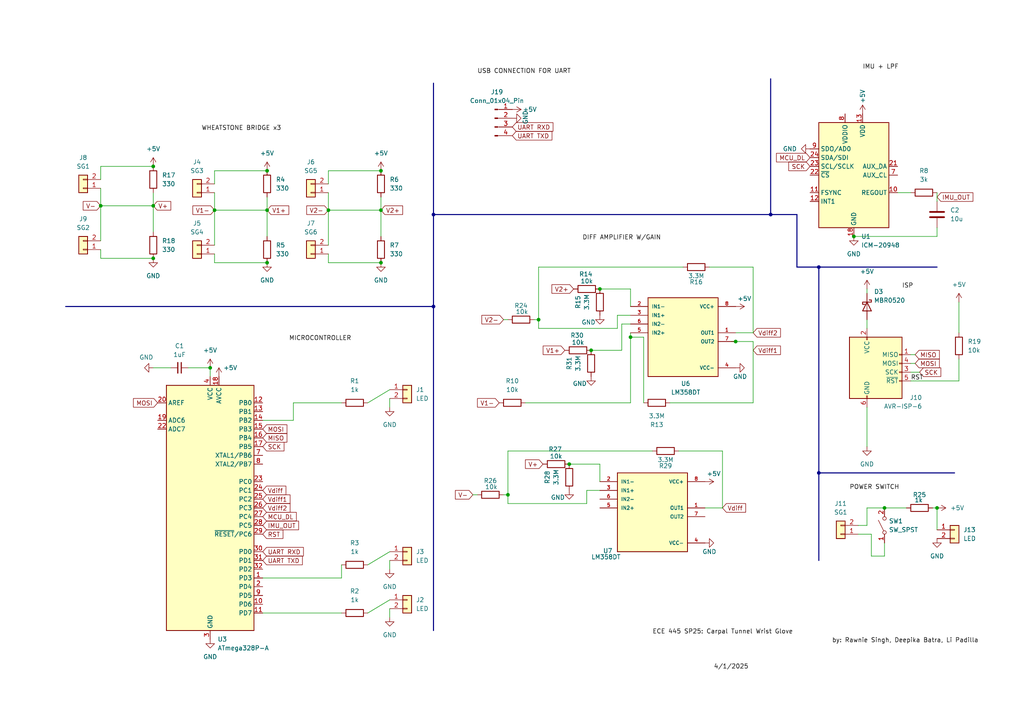
<source format=kicad_sch>
(kicad_sch (version 20250114) (generator "eeschema") (generator_version "9.0")
  (paper "A4")
  (lib_symbols
    (symbol "Connector:AVR-ISP-6" (pin_names (offset 1.016))
      (property "Reference" "J" (at -6.35 11.43 0))
      (property "Value" "AVR-ISP-6" (at 0 11.43 0))
      (symbol "AVR-ISP-6_0_1"
        (rectangle (start -2.667 10.16) (end -2.413 9.398))
        (rectangle (start -2.667 -6.858) (end -2.413 -7.62))
        (rectangle (start 7.62 10.16) (end -7.62 -7.62) (stroke (width 0.254)) (fill (type background)))
        (rectangle (start 7.62 5.207) (end 6.858 4.953))
        (rectangle (start 7.62 2.667) (end 6.858 2.413))
        (rectangle (start 7.62 0.127) (end 6.858 -0.127))
        (rectangle (start 7.62 -2.413) (end 6.858 -2.667))
      )
      (symbol "AVR-ISP-6_1_1"
        (pin passive line (at -2.54 12.7 270) (length 2.54) (name "VCC") (number "2"))
        (pin passive line (at -2.54 -10.16 90) (length 2.54) (name "GND") (number "6"))
        (pin passive line (at 10.16 5.08 180) (length 2.54) (name "MISO") (number "1"))
        (pin passive line (at 10.16 2.54 180) (length 2.54) (name "MOSI") (number "4"))
        (pin passive line (at 10.16 0 180) (length 2.54) (name "SCK") (number "3"))
        (pin passive line (at 10.16 -2.54 180) (length 2.54) (name "~{RST}") (number "5"))
      )
    )
    (symbol "Connector:Conn_01x04_Pin" (pin_names (offset 1.016) (hide yes))
      (property "Reference" "J" (at 0 5.08 0))
      (property "Value" "Conn_01x04_Pin" (at 0 -7.62 0))
      (symbol "Conn_01x04_Pin_1_1"
        (rectangle (start 0.8636 2.667) (end 0 2.413) (stroke (width 0.1524)) (fill (type outline)))
        (rectangle (start 0.8636 0.127) (end 0 -0.127) (stroke (width 0.1524)) (fill (type outline)))
        (rectangle (start 0.8636 -2.413) (end 0 -2.667) (stroke (width 0.1524)) (fill (type outline)))
        (rectangle (start 0.8636 -4.953) (end 0 -5.207) (stroke (width 0.1524)) (fill (type outline)))
        (polyline (pts (xy 1.27 2.54) (xy 0.8636 2.54)) (stroke (width 0.1524)))
        (polyline (pts (xy 1.27 0) (xy 0.8636 0)) (stroke (width 0.1524)))
        (polyline (pts (xy 1.27 -2.54) (xy 0.8636 -2.54)) (stroke (width 0.1524)))
        (polyline (pts (xy 1.27 -5.08) (xy 0.8636 -5.08)) (stroke (width 0.1524)))
        (pin passive line (at 5.08 2.54 180) (length 3.81) (name "Pin_1") (number "1"))
        (pin passive line (at 5.08 0 180) (length 3.81) (name "Pin_2") (number "2"))
        (pin passive line (at 5.08 -2.54 180) (length 3.81) (name "Pin_3") (number "3"))
        (pin passive line (at 5.08 -5.08 180) (length 3.81) (name "Pin_4") (number "4"))
      )
    )
    (symbol "Connector_Generic:Conn_01x02" (pin_names (offset 1.016) (hide yes))
      (property "Reference" "J" (at 0 2.54 0))
      (property "Value" "Conn_01x02" (at 0 -5.08 0))
      (symbol "Conn_01x02_1_1"
        (rectangle (start -1.27 1.27) (end 1.27 -3.81) (stroke (width 0.254)) (fill (type background)))
        (rectangle (start -1.27 0.127) (end 0 -0.127) (stroke (width 0.1524)))
        (rectangle (start -1.27 -2.413) (end 0 -2.667) (stroke (width 0.1524)))
        (pin passive line (at -5.08 0 0) (length 3.81) (name "Pin_1") (number "1"))
        (pin passive line (at -5.08 -2.54 0) (length 3.81) (name "Pin_2") (number "2"))
      )
    )
    (symbol "Device:C" (pin_numbers (hide yes)) (pin_names (offset 0.254))
      (property "Reference" "C" (at 0.635 2.54 0))
      (property "Value" "C" (at 0.635 -2.54 0))
      (symbol "C_0_1"
        (polyline (pts (xy -2.032 0.762) (xy 2.032 0.762)) (stroke (width 0.508)))
        (polyline (pts (xy -2.032 -0.762) (xy 2.032 -0.762)) (stroke (width 0.508)))
      )
      (symbol "C_1_1"
        (pin passive line (at 0 3.81 270) (length 2.794) (name "~") (number "1"))
        (pin passive line (at 0 -3.81 90) (length 2.794) (name "~") (number "2"))
      )
    )
    (symbol "Device:C_Small" (pin_numbers (hide yes)) (pin_names (offset 0.254) (hide yes))
      (property "Reference" "C" (at 0.254 1.778 0))
      (property "Value" "C_Small" (at 0.254 -2.032 0))
      (symbol "C_Small_0_1"
        (polyline (pts (xy -1.524 0.508) (xy 1.524 0.508)) (stroke (width 0.3048)))
        (polyline (pts (xy -1.524 -0.508) (xy 1.524 -0.508)) (stroke (width 0.3302)))
      )
      (symbol "C_Small_1_1"
        (pin passive line (at 0 2.54 270) (length 2.032) (name "~") (number "1"))
        (pin passive line (at 0 -2.54 90) (length 2.032) (name "~") (number "2"))
      )
    )
    (symbol "Device:R" (pin_numbers (hide yes)) (pin_names (offset 0))
      (property "Reference" "R" (at 2.032 0 90))
      (property "Value" "R" (at 0 0 90))
      (symbol "R_0_1"
        (rectangle (start -1.016 -2.54) (end 1.016 2.54) (stroke (width 0.254)))
      )
      (symbol "R_1_1"
        (pin passive line (at 0 3.81 270) (length 1.27) (name "~") (number "1"))
        (pin passive line (at 0 -3.81 90) (length 1.27) (name "~") (number "2"))
      )
    )
    (symbol "Diode:MBR0520" (pin_numbers (hide yes)) (pin_names (offset 1.016) (hide yes))
      (property "Reference" "D" (at 0 2.54 0))
      (property "Value" "MBR0520" (at 0 -2.54 0))
      (symbol "MBR0520_0_1"
        (polyline (pts (xy -1.905 0.635) (xy -1.905 1.27) (xy -1.27 1.27) (xy -1.27 -1.27) (xy -0.635 -1.27) (xy -0.635 -0.635)) (stroke (width 0.254)))
        (polyline (pts (xy 1.27 1.27) (xy 1.27 -1.27) (xy -1.27 0) (xy 1.27 1.27)) (stroke (width 0.254)))
        (polyline (pts (xy 1.27 0) (xy -1.27 0)))
      )
      (symbol "MBR0520_1_1"
        (pin passive line (at -3.81 0 0) (length 2.54) (name "K") (number "1"))
        (pin passive line (at 3.81 0 180) (length 2.54) (name "A") (number "2"))
      )
    )
    (symbol "GND_1" (power) (pin_numbers (hide yes)) (pin_names (offset 0) (hide yes))
      (property "Value" "GND" (at 0 -3.81 0))
      (symbol "GND_1_0_1"
        (polyline (pts (xy 0 0) (xy 0 -1.27) (xy 1.27 -1.27) (xy 0 -2.54) (xy -1.27 -1.27) (xy 0 -1.27)))
      )
      (symbol "GND_1_1_1"
        (pin power_in line (at 0 0 270) (length 0) (name "~") (number "1"))
      )
    )
    (symbol "GND_2" (power) (pin_numbers (hide yes)) (pin_names (offset 0) (hide yes))
      (property "Value" "GND" (at 0 -3.81 0))
      (symbol "GND_2_0_1"
        (polyline (pts (xy 0 0) (xy 0 -1.27) (xy 1.27 -1.27) (xy 0 -2.54) (xy -1.27 -1.27) (xy 0 -1.27)))
      )
      (symbol "GND_2_1_1"
        (pin power_in line (at 0 0 270) (length 0) (name "~") (number "1"))
      )
    )
    (symbol "LM358DT:LM358DT" (pin_names (offset 1.016))
      (property "Reference" "U" (at -10.1765 12.7205 0))
      (property "Value" "LM358DT" (at -10.1875 -12.7344 0))
      (symbol "LM358DT_0_0"
        (rectangle (start -10.16 -10.16) (end 10.16 12.7) (stroke (width 0.254)) (fill (type background)))
        (pin input line (at -15.24 10.16 0) (length 5.08) (name "IN1-") (number "2"))
        (pin input line (at -15.24 7.62 0) (length 5.08) (name "IN1+") (number "3"))
        (pin input line (at -15.24 5.08 0) (length 5.08) (name "IN2-") (number "6"))
        (pin input line (at -15.24 2.54 0) (length 5.08) (name "IN2+") (number "5"))
        (pin power_in line (at 15.24 10.16 180) (length 5.08) (name "VCC+") (number "8"))
        (pin output line (at 15.24 2.54 180) (length 5.08) (name "OUT1") (number "1"))
        (pin output line (at 15.24 0 180) (length 5.08) (name "OUT2") (number "7"))
        (pin power_in line (at 15.24 -7.62 180) (length 5.08) (name "VCC-") (number "4"))
      )
    )
    (symbol "MCU_Microchip_ATmega:ATmega328P-A"
      (property "Reference" "U" (at -12.7 36.83 0))
      (property "Value" "ATmega328P-A" (at 2.54 -36.83 0))
      (symbol "ATmega328P-A_0_1"
        (rectangle (start -12.7 -35.56) (end 12.7 35.56) (stroke (width 0.254)) (fill (type background)))
      )
      (symbol "ATmega328P-A_1_1"
        (pin passive line (at -15.24 30.48 0) (length 2.54) (name "AREF") (number "20"))
        (pin input line (at -15.24 25.4 0) (length 2.54) (name "ADC6") (number "19"))
        (pin input line (at -15.24 22.86 0) (length 2.54) (name "ADC7") (number "22"))
        (pin power_in line (at 0 38.1 270) (length 2.54) (name "VCC") (number "4"))
        (pin passive line (at 0 38.1 270) (length 2.54) (hide yes) (name "VCC") (number "6"))
        (pin passive line (at 0 -38.1 90) (length 2.54) (hide yes) (name "GND") (number "21"))
        (pin power_in line (at 0 -38.1 90) (length 2.54) (name "GND") (number "3"))
        (pin passive line (at 0 -38.1 90) (length 2.54) (hide yes) (name "GND") (number "5"))
        (pin power_in line (at 2.54 38.1 270) (length 2.54) (name "AVCC") (number "18"))
        (pin bidirectional line (at 15.24 30.48 180) (length 2.54) (name "PB0") (number "12"))
        (pin bidirectional line (at 15.24 27.94 180) (length 2.54) (name "PB1") (number "13"))
        (pin bidirectional line (at 15.24 25.4 180) (length 2.54) (name "PB2") (number "14"))
        (pin bidirectional line (at 15.24 22.86 180) (length 2.54) (name "PB3") (number "15"))
        (pin bidirectional line (at 15.24 20.32 180) (length 2.54) (name "PB4") (number "16"))
        (pin bidirectional line (at 15.24 17.78 180) (length 2.54) (name "PB5") (number "17"))
        (pin bidirectional line (at 15.24 15.24 180) (length 2.54) (name "XTAL1/PB6") (number "7"))
        (pin bidirectional line (at 15.24 12.7 180) (length 2.54) (name "XTAL2/PB7") (number "8"))
        (pin bidirectional line (at 15.24 7.62 180) (length 2.54) (name "PC0") (number "23"))
        (pin bidirectional line (at 15.24 5.08 180) (length 2.54) (name "PC1") (number "24"))
        (pin bidirectional line (at 15.24 2.54 180) (length 2.54) (name "PC2") (number "25"))
        (pin bidirectional line (at 15.24 0 180) (length 2.54) (name "PC3") (number "26"))
        (pin bidirectional line (at 15.24 -2.54 180) (length 2.54) (name "PC4") (number "27"))
        (pin bidirectional line (at 15.24 -5.08 180) (length 2.54) (name "PC5") (number "28"))
        (pin bidirectional line (at 15.24 -7.62 180) (length 2.54) (name "~{RESET}/PC6") (number "29"))
        (pin bidirectional line (at 15.24 -12.7 180) (length 2.54) (name "PD0") (number "30"))
        (pin bidirectional line (at 15.24 -15.24 180) (length 2.54) (name "PD1") (number "31"))
        (pin bidirectional line (at 15.24 -17.78 180) (length 2.54) (name "PD2") (number "32"))
        (pin bidirectional line (at 15.24 -20.32 180) (length 2.54) (name "PD3") (number "1"))
        (pin bidirectional line (at 15.24 -22.86 180) (length 2.54) (name "PD4") (number "2"))
        (pin bidirectional line (at 15.24 -25.4 180) (length 2.54) (name "PD5") (number "9"))
        (pin bidirectional line (at 15.24 -27.94 180) (length 2.54) (name "PD6") (number "10"))
        (pin bidirectional line (at 15.24 -30.48 180) (length 2.54) (name "PD7") (number "11"))
      )
    )
    (symbol "Sensor_Motion:ICM-20948"
      (property "Reference" "U" (at -11.43 16.51 0))
      (property "Value" "ICM-20948" (at 7.62 -16.51 0))
      (symbol "ICM-20948_0_1"
        (rectangle (start -10.16 15.24) (end 10.16 -15.24) (stroke (width 0.254)) (fill (type background)))
      )
      (symbol "ICM-20948_1_1"
        (pin bidirectional line (at -12.7 7.62 0) (length 2.54) (name "SDO/AD0") (number "9"))
        (pin bidirectional line (at -12.7 5.08 0) (length 2.54) (name "SDA/SDI") (number "24"))
        (pin input line (at -12.7 2.54 0) (length 2.54) (name "SCL/SCLK") (number "23"))
        (pin input line (at -12.7 0 0) (length 2.54) (name "~{CS}") (number "22"))
        (pin input line (at -12.7 -5.08 0) (length 2.54) (name "FSYNC") (number "11"))
        (pin output line (at -12.7 -7.62 0) (length 2.54) (name "INT1") (number "12"))
        (pin no_connect line (at -10.16 12.7 0) (length 2.54) (hide yes) (name "NC") (number "1"))
        (pin no_connect line (at -10.16 10.16 0) (length 2.54) (hide yes) (name "NC") (number "2"))
        (pin no_connect line (at -10.16 -2.54 0) (length 2.54) (hide yes) (name "NC") (number "3"))
        (pin no_connect line (at -10.16 -10.16 0) (length 2.54) (hide yes) (name "NC") (number "4"))
        (pin no_connect line (at -10.16 -12.7 0) (length 2.54) (hide yes) (name "NC") (number "5"))
        (pin power_in line (at -2.54 17.78 270) (length 2.54) (name "VDDIO") (number "8"))
        (pin power_in line (at 0 -17.78 90) (length 2.54) (name "GND") (number "18"))
        (pin passive line (at 0 -17.78 90) (length 2.54) (hide yes) (name "GND") (number "20"))
        (pin power_in line (at 2.54 17.78 270) (length 2.54) (name "VDD") (number "13"))
        (pin no_connect line (at 10.16 10.16 180) (length 2.54) (hide yes) (name "NC") (number "6"))
        (pin no_connect line (at 10.16 7.62 180) (length 2.54) (hide yes) (name "NC") (number "14"))
        (pin no_connect line (at 10.16 5.08 180) (length 2.54) (hide yes) (name "NC") (number "15"))
        (pin no_connect line (at 10.16 -7.62 180) (length 2.54) (hide yes) (name "NC") (number "16"))
        (pin no_connect line (at 10.16 -10.16 180) (length 2.54) (hide yes) (name "NC") (number "17"))
        (pin no_connect line (at 10.16 -12.7 180) (length 2.54) (hide yes) (name "RESV") (number "19"))
        (pin bidirectional line (at 12.7 2.54 180) (length 2.54) (name "AUX_DA") (number "21"))
        (pin output line (at 12.7 0 180) (length 2.54) (name "AUX_CL") (number "7"))
        (pin passive line (at 12.7 -5.08 180) (length 2.54) (name "REGOUT") (number "10"))
      )
    )
    (symbol "Switch:SW_SPST" (pin_names (offset 0) (hide yes))
      (property "Reference" "SW" (at 0 3.175 0))
      (property "Value" "SW_SPST" (at 0 -2.54 0))
      (symbol "SW_SPST_0_0"
        (circle (center -2.032 0) (radius 0.508))
        (polyline (pts (xy -1.524 0.254) (xy 1.524 1.778)))
        (circle (center 2.032 0) (radius 0.508))
      )
      (symbol "SW_SPST_1_1"
        (pin passive line (at -5.08 0 0) (length 2.54) (name "A") (number "1"))
        (pin passive line (at 5.08 0 180) (length 2.54) (name "B") (number "2"))
      )
    )
    (symbol "power:+5V" (power) (pin_names (offset 0))
      (property "Value" "+5V" (at 0 3.556 0))
      (symbol "+5V_0_1"
        (polyline (pts (xy -0.762 1.27) (xy 0 2.54)))
        (polyline (pts (xy 0 2.54) (xy 0.762 1.27)))
        (polyline (pts (xy 0 0) (xy 0 2.54)))
      )
      (symbol "+5V_1_1"
        (pin power_in line (at 0 0 90) (length 0) (hide yes) (name "+5V") (number "1"))
      )
    )
    (symbol "power:GND" (power) (pin_names (offset 0))
      (property "Value" "GND" (at 0 -3.81 0))
      (symbol "GND_0_1"
        (polyline (pts (xy 0 0) (xy 0 -1.27) (xy 1.27 -1.27) (xy 0 -2.54) (xy -1.27 -1.27) (xy 0 -1.27)))
      )
      (symbol "GND_1_1"
        (pin power_in line (at 0 0 270) (length 0) (hide yes) (name "GND") (number "1"))
      )
    )
  )
  (junction (at 95.25 60.96))
  (junction (at 44.45 59.69))
  (junction (at 213.36 99.06))
  (junction (at 171.45 101.6))
  (junction (at 173.99 83.82))
  (junction (at 44.45 74.93))
  (junction (at 110.49 49.53))
  (junction (at 147.32 143.51))
  (junction (at 29.21 59.69))
  (junction (at 44.45 48.26))
  (junction (at 182.88 97.79))
  (junction (at 165.1 134.62))
  (junction (at 77.47 49.53))
  (junction (at 110.49 60.96))
  (junction (at 223.52 62.23))
  (junction (at 156.21 92.71))
  (junction (at 110.49 76.2))
  (junction (at 60.96 106.68))
  (junction (at 237.49 137.16))
  (junction (at 125.73 62.23))
  (junction (at 62.23 60.96))
  (junction (at 237.49 77.47))
  (junction (at 256.54 147.32))
  (junction (at 247.65 68.58))
  (junction (at 77.47 76.2))
  (junction (at 125.73 88.9))
  (junction (at 77.47 60.96))
  (junction (at 271.78 147.32))
  (wire (pts (xy 29.21 48.26) (xy 29.21 52.07)))
  (wire (pts (xy 265.43 105.41) (xy 264.16 105.41)))
  (wire (pts (xy 137.16 143.51) (xy 138.43 143.51)))
  (wire (pts (xy 62.23 49.53) (xy 62.23 53.34)))
  (bus (pts (xy 125.73 62.23) (xy 223.52 62.23)))
  (wire (pts (xy 271.78 147.32) (xy 271.78 153.67)))
  (wire (pts (xy 182.88 97.79) (xy 182.88 96.52)))
  (wire (pts (xy 99.06 167.64) (xy 99.06 163.83)))
  (wire (pts (xy 252.73 161.29) (xy 256.54 161.29)))
  (wire (pts (xy 95.25 73.66) (xy 95.25 76.2)))
  (wire (pts (xy 251.46 83.82) (xy 251.46 85.09)))
  (wire (pts (xy 196.85 130.81) (xy 209.55 130.81)))
  (wire (pts (xy 106.68 177.8) (xy 113.03 173.99)))
  (wire (pts (xy 113.03 162.56) (xy 113.03 165.1)))
  (wire (pts (xy 147.32 146.05) (xy 147.32 143.51)))
  (wire (pts (xy 77.47 49.53) (xy 62.23 49.53)))
  (wire (pts (xy 256.54 147.32) (xy 251.46 147.32)))
  (wire (pts (xy 218.44 96.52) (xy 218.44 77.47)))
  (wire (pts (xy 110.49 49.53) (xy 95.25 49.53)))
  (wire (pts (xy 256.54 147.32) (xy 262.89 147.32)))
  (wire (pts (xy 213.36 99.06) (xy 218.44 99.06)))
  (wire (pts (xy 212.09 99.06) (xy 213.36 99.06)))
  (bus (pts (xy 237.49 137.16) (xy 276.86 137.16)))
  (wire (pts (xy 260.35 55.88) (xy 264.16 55.88)))
  (wire (pts (xy 205.74 77.47) (xy 218.44 77.47)))
  (wire (pts (xy 76.2 167.64) (xy 99.06 167.64)))
  (wire (pts (xy 44.45 106.68) (xy 49.53 106.68)))
  (wire (pts (xy 147.32 130.81) (xy 147.32 143.51)))
  (wire (pts (xy 213.36 96.52) (xy 218.44 96.52)))
  (wire (pts (xy 278.13 87.63) (xy 278.13 96.52)))
  (wire (pts (xy 29.21 74.93) (xy 44.45 74.93)))
  (bus (pts (xy 237.49 137.16) (xy 237.49 162.56)))
  (wire (pts (xy 180.34 101.6) (xy 180.34 93.98)))
  (wire (pts (xy 85.09 116.84) (xy 85.09 121.92)))
  (wire (pts (xy 62.23 60.96) (xy 62.23 71.12)))
  (bus (pts (xy 125.73 88.9) (xy 125.73 182.88)))
  (wire (pts (xy 179.07 95.25) (xy 156.21 95.25)))
  (wire (pts (xy 95.25 55.88) (xy 95.25 60.96)))
  (wire (pts (xy 85.09 121.92) (xy 76.2 121.92)))
  (wire (pts (xy 170.18 142.24) (xy 170.18 146.05)))
  (wire (pts (xy 106.68 116.84) (xy 113.03 113.03)))
  (wire (pts (xy 198.12 77.47) (xy 156.21 77.47)))
  (wire (pts (xy 110.49 60.96) (xy 95.25 60.96)))
  (wire (pts (xy 54.61 106.68) (xy 60.96 106.68)))
  (wire (pts (xy 256.54 161.29) (xy 256.54 157.48)))
  (wire (pts (xy 95.25 49.53) (xy 95.25 53.34)))
  (wire (pts (xy 146.05 143.51) (xy 147.32 143.51)))
  (wire (pts (xy 146.05 92.71) (xy 147.32 92.71)))
  (wire (pts (xy 179.07 91.44) (xy 179.07 95.25)))
  (wire (pts (xy 156.21 95.25) (xy 156.21 92.71)))
  (wire (pts (xy 251.46 147.32) (xy 251.46 152.4)))
  (wire (pts (xy 110.49 60.96) (xy 110.49 68.58)))
  (wire (pts (xy 271.78 55.88) (xy 271.78 58.42)))
  (wire (pts (xy 209.55 147.32) (xy 209.55 130.81)))
  (wire (pts (xy 113.03 176.53) (xy 113.03 179.07)))
  (wire (pts (xy 77.47 57.15) (xy 77.47 60.96)))
  (wire (pts (xy 182.88 91.44) (xy 179.07 91.44)))
  (wire (pts (xy 173.99 83.82) (xy 182.88 83.82)))
  (wire (pts (xy 29.21 72.39) (xy 29.21 74.93)))
  (bus (pts (xy 125.73 24.13) (xy 125.73 62.23)))
  (bus (pts (xy 231.14 62.23) (xy 231.14 77.47)))
  (bus (pts (xy 237.49 77.47) (xy 237.49 137.16)))
  (wire (pts (xy 271.78 66.04) (xy 271.78 68.58)))
  (wire (pts (xy 180.34 93.98) (xy 182.88 93.98)))
  (wire (pts (xy 77.47 60.96) (xy 77.47 68.58)))
  (wire (pts (xy 76.2 177.8) (xy 99.06 177.8)))
  (wire (pts (xy 170.18 146.05) (xy 147.32 146.05)))
  (bus (pts (xy 231.14 62.23) (xy 223.52 62.23)))
  (wire (pts (xy 62.23 55.88) (xy 62.23 60.96)))
  (bus (pts (xy 223.52 22.86) (xy 223.52 62.23)))
  (wire (pts (xy 171.45 101.6) (xy 180.34 101.6)))
  (wire (pts (xy 106.68 163.83) (xy 113.03 160.02)))
  (wire (pts (xy 186.69 97.79) (xy 182.88 97.79)))
  (wire (pts (xy 44.45 59.69) (xy 44.45 67.31)))
  (wire (pts (xy 154.94 92.71) (xy 156.21 92.71)))
  (wire (pts (xy 44.45 48.26) (xy 29.21 48.26)))
  (wire (pts (xy 264.16 107.95) (xy 266.7 107.95)))
  (wire (pts (xy 165.1 134.62) (xy 173.99 134.62)))
  (wire (pts (xy 60.96 106.68) (xy 60.96 109.22)))
  (wire (pts (xy 29.21 59.69) (xy 29.21 69.85)))
  (bus (pts (xy 231.14 77.47) (xy 237.49 77.47)))
  (wire (pts (xy 95.25 60.96) (xy 95.25 71.12)))
  (wire (pts (xy 264.16 110.49) (xy 278.13 110.49)))
  (wire (pts (xy 77.47 60.96) (xy 62.23 60.96)))
  (wire (pts (xy 44.45 59.69) (xy 29.21 59.69)))
  (wire (pts (xy 62.23 73.66) (xy 62.23 76.2)))
  (wire (pts (xy 182.88 116.84) (xy 182.88 97.79)))
  (wire (pts (xy 173.99 142.24) (xy 170.18 142.24)))
  (wire (pts (xy 173.99 134.62) (xy 173.99 139.7)))
  (wire (pts (xy 62.23 76.2) (xy 77.47 76.2)))
  (wire (pts (xy 152.4 116.84) (xy 182.88 116.84)))
  (wire (pts (xy 251.46 118.11) (xy 251.46 129.54)))
  (wire (pts (xy 278.13 110.49) (xy 278.13 104.14)))
  (wire (pts (xy 182.88 83.82) (xy 182.88 88.9)))
  (wire (pts (xy 85.09 116.84) (xy 99.06 116.84)))
  (wire (pts (xy 204.47 147.32) (xy 209.55 147.32)))
  (wire (pts (xy 110.49 57.15) (xy 110.49 60.96)))
  (wire (pts (xy 156.21 77.47) (xy 156.21 92.71)))
  (wire (pts (xy 189.23 130.81) (xy 147.32 130.81)))
  (wire (pts (xy 248.92 154.94) (xy 252.73 154.94)))
  (bus (pts (xy 125.73 62.23) (xy 125.73 88.9)))
  (wire (pts (xy 271.78 68.58) (xy 247.65 68.58)))
  (wire (pts (xy 251.46 92.71) (xy 251.46 95.25)))
  (wire (pts (xy 113.03 115.57) (xy 113.03 118.11)))
  (bus (pts (xy 237.49 77.47) (xy 271.78 77.47)))
  (wire (pts (xy 252.73 154.94) (xy 252.73 161.29)))
  (wire (pts (xy 29.21 54.61) (xy 29.21 59.69)))
  (wire (pts (xy 270.51 147.32) (xy 271.78 147.32)))
  (wire (pts (xy 44.45 55.88) (xy 44.45 59.69)))
  (bus (pts (xy 19.05 88.9) (xy 125.73 88.9)))
  (wire (pts (xy 194.31 116.84) (xy 218.44 116.84)))
  (wire (pts (xy 218.44 116.84) (xy 218.44 99.06)))
  (wire (pts (xy 265.43 102.87) (xy 264.16 102.87)))
  (wire (pts (xy 248.92 152.4) (xy 251.46 152.4)))
  (wire (pts (xy 186.69 116.84) (xy 186.69 97.79)))
  (wire (pts (xy 95.25 76.2) (xy 110.49 76.2)))
  (label "USB CONNECTION FOR UART" (at 138.43 21.59 0))
  (label "4{slash}1{slash}2025" (at 207.01 194.31 0))
  (label "WHEATSTONE BRIDGE x3" (at 58.42 38.1 0))
  (label "POWER SWITCH" (at 246.38 142.24 0))
  (label "RST" (at 264.16 110.49 0))
  (label "MICROCONTROLLER" (at 83.82 99.06 0))
  (label "IMU + LPF" (at 250.19 20.32 0))
  (label "ECE 445 SP25: Carpal Tunnel Wrist Glove" (at 189.23 184.15 0))
  (label "ISP" (at 261.62 83.82 0))
  (label "DIFF AMPLIFIER W{slash}GAIN" (at 168.91 69.85 0))
  (label "by: Rawnie Singh, Deepika Batra, Li Padilla" (at 241.3 186.69 0))
  (global_label "V2+" (shape input) (at 166.37 83.82 180) (property "Intersheetrefs" "${INTERSHEET_REFS}" (effects (hide yes))))
  (global_label "MCU_DL" (shape input) (at 76.2 149.86 0) (property "Intersheetrefs" "${INTERSHEET_REFS}" (effects (hide yes))))
  (global_label "MOSI" (shape input) (at 265.43 105.41 0) (property "Intersheetrefs" "${INTERSHEET_REFS}" (effects (hide yes))))
  (global_label "Vdiff" (shape input) (at 209.55 147.32 0) (property "Intersheetrefs" "${INTERSHEET_REFS}" (effects (hide yes))))
  (global_label "IMU_OUT" (shape input) (at 76.2 152.4 0) (property "Intersheetrefs" "${INTERSHEET_REFS}" (effects (hide yes))))
  (global_label "Vdiff2" (shape input) (at 218.44 96.52 0) (property "Intersheetrefs" "${INTERSHEET_REFS}" (effects (hide yes))))
  (global_label "Vdiff2" (shape input) (at 76.2 147.32 0) (property "Intersheetrefs" "${INTERSHEET_REFS}" (effects (hide yes))))
  (global_label "MISO" (shape input) (at 265.43 102.87 0) (property "Intersheetrefs" "${INTERSHEET_REFS}" (effects (hide yes))))
  (global_label "V2-" (shape input) (at 95.25 60.96 180) (property "Intersheetrefs" "${INTERSHEET_REFS}" (effects (hide yes))))
  (global_label "V1+" (shape input) (at 163.83 101.6 180) (property "Intersheetrefs" "${INTERSHEET_REFS}" (effects (hide yes))))
  (global_label "V-" (shape input) (at 29.21 59.69 180) (property "Intersheetrefs" "${INTERSHEET_REFS}" (effects (hide yes))))
  (global_label "UART TXD" (shape input) (at 76.2 162.56 0) (property "Intersheetrefs" "${INTERSHEET_REFS}" (effects (hide yes))))
  (global_label "UART TXD" (shape input) (at 148.59 39.37 0) (property "Intersheetrefs" "${INTERSHEET_REFS}" (effects (hide yes))))
  (global_label "UART RXD" (shape input) (at 148.59 36.83 0) (property "Intersheetrefs" "${INTERSHEET_REFS}" (effects (hide yes))))
  (global_label "Vdiff" (shape input) (at 76.2 142.24 0) (property "Intersheetrefs" "${INTERSHEET_REFS}" (effects (hide yes))))
  (global_label "SCK" (shape input) (at 266.7 107.95 0) (property "Intersheetrefs" "${INTERSHEET_REFS}" (effects (hide yes))))
  (global_label "SCK" (shape input) (at 76.2 129.54 0) (property "Intersheetrefs" "${INTERSHEET_REFS}" (effects (hide yes))))
  (global_label "MCU_DL" (shape input) (at 234.95 45.72 180) (property "Intersheetrefs" "${INTERSHEET_REFS}" (effects (hide yes))))
  (global_label "RST" (shape input) (at 76.2 154.94 0) (property "Intersheetrefs" "${INTERSHEET_REFS}" (effects (hide yes))))
  (global_label "Vdiff1" (shape input) (at 76.2 144.78 0) (property "Intersheetrefs" "${INTERSHEET_REFS}" (effects (hide yes))))
  (global_label "V+" (shape input) (at 44.45 59.69 0) (property "Intersheetrefs" "${INTERSHEET_REFS}" (effects (hide yes))))
  (global_label "V1-" (shape input) (at 144.78 116.84 180) (property "Intersheetrefs" "${INTERSHEET_REFS}" (effects (hide yes))))
  (global_label "MOSI" (shape input) (at 76.2 124.46 0) (property "Intersheetrefs" "${INTERSHEET_REFS}" (effects (hide yes))))
  (global_label "MOSI" (shape input) (at 45.72 116.84 180) (property "Intersheetrefs" "${INTERSHEET_REFS}" (effects (hide yes))))
  (global_label "V2+" (shape input) (at 110.49 60.96 0) (property "Intersheetrefs" "${INTERSHEET_REFS}" (effects (hide yes))))
  (global_label "V2-" (shape input) (at 146.05 92.71 180) (property "Intersheetrefs" "${INTERSHEET_REFS}" (effects (hide yes))))
  (global_label "Vdiff1" (shape input) (at 218.44 101.6 0) (property "Intersheetrefs" "${INTERSHEET_REFS}" (effects (hide yes))))
  (global_label "SCK" (shape input) (at 234.95 48.26 180) (property "Intersheetrefs" "${INTERSHEET_REFS}" (effects (hide yes))))
  (global_label "MISO" (shape input) (at 76.2 127 0) (property "Intersheetrefs" "${INTERSHEET_REFS}" (effects (hide yes))))
  (global_label "V+" (shape input) (at 157.48 134.62 180) (property "Intersheetrefs" "${INTERSHEET_REFS}" (effects (hide yes))))
  (global_label "UART RXD" (shape input) (at 76.2 160.02 0) (property "Intersheetrefs" "${INTERSHEET_REFS}" (effects (hide yes))))
  (global_label "V1-" (shape input) (at 62.23 60.96 180) (property "Intersheetrefs" "${INTERSHEET_REFS}" (effects (hide yes))))
  (global_label "V-" (shape input) (at 137.16 143.51 180) (property "Intersheetrefs" "${INTERSHEET_REFS}" (effects (hide yes))))
  (global_label "IMU_OUT" (shape input) (at 271.78 57.15 0) (property "Intersheetrefs" "${INTERSHEET_REFS}" (effects (hide yes))))
  (global_label "V1+" (shape input) (at 77.47 60.96 0) (property "Intersheetrefs" "${INTERSHEET_REFS}" (effects (hide yes))))
  (symbol (lib_name "GND_2") (lib_id "power:GND") (at 234.95 43.18 270) (unit 1)
    (property "Reference" "#PWR017" (effects (hide yes)))
    (property "Value" "GND" (at 231.14 43.1799 90) (effects (justify right)))
    (property "Description" "Power symbol creates a global label with name \"GND\" , ground" (effects (hide yes)))
  )
  (symbol (lib_id "Device:R") (at 173.99 87.63 180) (unit 1)
    (property "Reference" "R15" (at 167.64 87.63 90))
    (property "Value" "3.3M" (at 170.18 87.63 90))
    (property "Footprint" "Resistor_SMD:R_0805_2012Metric_Pad1.20x1.40mm_HandSolder" (effects (hide yes)))
  )
  (symbol (lib_id "power:+5V") (at 110.49 49.53 0) (unit 1)
    (property "Reference" "#PWR09" (effects (hide yes)))
    (property "Value" "+5V" (at 110.49 44.45 0))
  )
  (symbol (lib_id "Device:R") (at 171.45 105.41 180) (unit 1)
    (property "Reference" "R31" (at 165.1 105.41 90))
    (property "Value" "3.3M" (at 167.64 105.41 90))
    (property "Footprint" "Resistor_SMD:R_0805_2012Metric_Pad1.20x1.40mm_HandSolder" (effects (hide yes)))
  )
  (symbol (lib_id "Device:R") (at 110.49 72.39 0) (unit 1)
    (property "Reference" "R7" (at 113.03 71.1199 0) (effects (justify left)))
    (property "Value" "330" (at 113.03 73.6599 0) (effects (justify left)))
    (property "Footprint" "Resistor_SMD:R_0805_2012Metric_Pad1.20x1.40mm_HandSolder" (effects (hide yes)))
  )
  (symbol (lib_id "power:+5V") (at 251.46 83.82 0) (unit 1)
    (property "Reference" "#PWR0104" (effects (hide yes)))
    (property "Value" "+5V" (at 251.46 78.74 0))
  )
  (symbol (lib_id "Connector_Generic:Conn_01x02") (at 24.13 54.61 180) (unit 1)
    (property "Reference" "J8" (at 24.13 45.72 0))
    (property "Value" "SG1" (at 24.13 48.26 0))
    (property "Footprint" "Connector_Molex:Molex_KK-254_AE-6410-02A_1x02_P2.54mm_Vertical" (effects (hide yes)))
  )
  (symbol (lib_id "LM358DT:LM358DT") (at 198.12 99.06 0) (unit 1)
    (property "Reference" "U6" (at 198.882 111.252 0))
    (property "Value" "LM358DT" (at 198.882 113.792 0))
    (property "Footprint" "Package_SO:SOIC-8_3.9x4.9mm_P1.27mm" (effects (hide yes)))
    (property "MF" "STMicroelectronics" (effects (hide yes)))
    (property "Description_1" "LM358 Series 3 -32 V 0.6 V/us 2 mV Quad Operational Amplifier - SOIC-8" (effects (hide yes)))
    (property "Package" "SO-8 Rohm" (effects (hide yes)))
    (property "Price" "None" (effects (hide yes)))
    (property "Check_prices" "https://www.snapeda.com/parts/LM358DT/STMicroelectronics/view-part/?ref=eda" (effects (hide yes)))
    (property "SnapEDA_Link" "https://www.snapeda.com/parts/LM358DT/STMicroelectronics/view-part/?ref=snap" (effects (hide yes)))
    (property "MP" "LM358DT" (effects (hide yes)))
    (property "Availability" "In Stock" (effects (hide yes)))
    (property "MANUFACTURER" "STMicroelectronics" (effects (hide yes)))
  )
  (symbol (lib_id "Device:R") (at 77.47 53.34 0) (unit 1)
    (property "Reference" "R4" (at 80.01 52.0699 0) (effects (justify left)))
    (property "Value" "330" (at 80.01 54.6099 0) (effects (justify left)))
    (property "Footprint" "Resistor_SMD:R_0805_2012Metric_Pad1.20x1.40mm_HandSolder" (effects (hide yes)))
  )
  (symbol (lib_id "Device:C") (at 271.78 62.23 0) (unit 1)
    (property "Reference" "C2" (at 275.59 60.9599 0) (effects (justify left)))
    (property "Value" "10u" (at 275.59 63.4999 0) (effects (justify left)))
    (property "Footprint" "Capacitor_SMD:C_0805_2012Metric_Pad1.18x1.45mm_HandSolder" (effects (hide yes)))
    (property "Description" "Unpolarized capacitor" (effects (hide yes)))
  )
  (symbol (lib_id "power:GND") (at 110.49 76.2 0) (unit 1)
    (property "Reference" "#PWR010" (effects (hide yes)))
    (property "Value" "GND" (at 110.49 81.28 0))
  )
  (symbol (lib_id "Device:R") (at 201.93 77.47 270) (unit 1)
    (property "Reference" "R16" (at 201.93 81.788 90))
    (property "Value" "3.3M" (at 201.93 80.01 90))
    (property "Footprint" "Resistor_SMD:R_0805_2012Metric_Pad1.20x1.40mm_HandSolder" (effects (hide yes)))
  )
  (symbol (lib_id "power:+5V") (at 60.96 106.68 0) (unit 1)
    (property "Reference" "#PWR01" (effects (hide yes)))
    (property "Value" "+5V" (at 60.96 101.6 0))
  )
  (symbol (lib_id "power:GND") (at 204.47 157.48 90) (unit 1)
    (property "Reference" "#PWR0110" (effects (hide yes)))
    (property "Value" "GND" (at 203.708 160.02 90) (effects (justify right)))
  )
  (symbol (lib_id "power:+5V") (at 148.59 31.75 270) (unit 1)
    (property "Reference" "#PWR014" (effects (hide yes)))
    (property "Value" "+5V" (at 153.67 31.75 90))
  )
  (symbol (lib_id "Device:R") (at 161.29 134.62 90) (unit 1)
    (property "Reference" "R27" (at 161.036 130.302 90))
    (property "Value" "10k" (at 161.29 132.334 90))
    (property "Footprint" "Resistor_SMD:R_0805_2012Metric_Pad1.20x1.40mm_HandSolder" (effects (hide yes)))
  )
  (symbol (lib_id "power:GND") (at 77.47 76.2 0) (unit 1)
    (property "Reference" "#PWR08" (effects (hide yes)))
    (property "Value" "GND" (at 77.47 81.28 0))
  )
  (symbol (lib_id "Device:R") (at 44.45 71.12 0) (unit 1)
    (property "Reference" "R18" (at 46.99 69.8499 0) (effects (justify left)))
    (property "Value" "330" (at 46.99 72.3899 0) (effects (justify left)))
    (property "Footprint" "Resistor_SMD:R_0805_2012Metric_Pad1.20x1.40mm_HandSolder" (effects (hide yes)))
  )
  (symbol (lib_name "GND_2") (lib_id "power:GND") (at 247.65 68.58 0) (unit 1)
    (property "Reference" "#PWR012" (effects (hide yes)))
    (property "Value" "GND" (at 247.65 73.66 0))
    (property "Description" "Power symbol creates a global label with name \"GND\" , ground" (effects (hide yes)))
  )
  (symbol (lib_id "Device:R") (at 77.47 72.39 0) (unit 1)
    (property "Reference" "R5" (at 80.01 71.1199 0) (effects (justify left)))
    (property "Value" "330" (at 80.01 73.6599 0) (effects (justify left)))
    (property "Footprint" "Resistor_SMD:R_0805_2012Metric_Pad1.20x1.40mm_HandSolder" (effects (hide yes)))
  )
  (symbol (lib_id "Connector_Generic:Conn_01x02") (at 118.11 173.99 0) (unit 1)
    (property "Reference" "J2" (at 120.65 173.9899 0) (effects (justify left)))
    (property "Value" "LED" (at 120.65 176.5299 0) (effects (justify left)))
    (property "Footprint" "Connector_Molex:Molex_KK-254_AE-6410-02A_1x02_P2.54mm_Vertical" (effects (hide yes)))
  )
  (symbol (lib_id "power:GND") (at 171.45 109.22 0) (unit 1)
    (property "Reference" "#PWR020" (effects (hide yes)))
    (property "Value" "GND" (at 168.148 111.252 0))
  )
  (symbol (lib_id "Device:R") (at 193.04 130.81 270) (unit 1)
    (property "Reference" "R29" (at 193.04 135.128 90))
    (property "Value" "3.3M" (at 193.04 133.35 90))
    (property "Footprint" "Resistor_SMD:R_0805_2012Metric_Pad1.20x1.40mm_HandSolder" (effects (hide yes)))
  )
  (symbol (lib_id "Device:R") (at 148.59 116.84 90) (unit 1)
    (property "Reference" "R10" (at 148.59 110.49 90))
    (property "Value" "10k" (at 148.59 113.03 90))
    (property "Footprint" "Resistor_SMD:R_0805_2012Metric_Pad1.20x1.40mm_HandSolder" (effects (hide yes)))
  )
  (symbol (lib_id "Device:R") (at 102.87 177.8 90) (unit 1)
    (property "Reference" "R2" (at 102.87 171.45 90))
    (property "Value" "1k" (at 102.87 173.99 90))
    (property "Footprint" "Resistor_SMD:R_0805_2012Metric_Pad1.20x1.40mm_HandSolder" (effects (hide yes)))
  )
  (symbol (lib_id "Diode:MBR0520") (at 251.46 88.9 270) (unit 1)
    (property "Reference" "D3" (at 253.492 84.582 90) (effects (justify left)))
    (property "Value" "MBR0520" (at 253.492 87.122 90) (effects (justify left)))
    (property "Footprint" "Diode_SMD:D_SOD-123" (effects (hide yes)))
    (property "Datasheet" "http://www.mccsemi.com/up_pdf/MBR0520~MBR0580(SOD123).pdf" (effects (hide yes)))
    (property "Description" "20V 0.5A Schottky Power Rectifier Diode, SOD-123" (effects (hide yes)))
  )
  (symbol (lib_id "Device:R") (at 167.64 101.6 90) (unit 1)
    (property "Reference" "R30" (at 167.386 97.282 90))
    (property "Value" "10k" (at 167.64 99.314 90))
    (property "Footprint" "Resistor_SMD:R_0805_2012Metric_Pad1.20x1.40mm_HandSolder" (effects (hide yes)))
  )
  (symbol (lib_id "power:GND") (at 213.36 106.68 90) (unit 1)
    (property "Reference" "#PWR0108" (effects (hide yes)))
    (property "Value" "GND" (at 212.598 109.22 90) (effects (justify right)))
  )
  (symbol (lib_id "power:+5V") (at 63.5 109.22 0) (unit 1)
    (property "Reference" "#PWR013" (effects (hide yes)))
    (property "Value" "+5V" (at 66.802 106.68 0))
  )
  (symbol (lib_id "Device:R") (at 266.7 147.32 90) (unit 1)
    (property "Reference" "R25" (at 266.7 143.51 90))
    (property "Value" "1k" (at 266.446 145.034 90))
    (property "Footprint" "Resistor_SMD:R_0805_2012Metric_Pad1.20x1.40mm_HandSolder" (effects (hide yes)))
  )
  (symbol (lib_id "Connector_Generic:Conn_01x02") (at 276.86 153.67 0) (unit 1)
    (property "Reference" "J13" (at 279.4 153.6699 0) (effects (justify left)))
    (property "Value" "LED" (at 279.4 156.2099 0) (effects (justify left)))
    (property "Footprint" "Connector_Molex:Molex_KK-254_AE-6410-02A_1x02_P2.54mm_Vertical" (effects (hide yes)))
  )
  (symbol (lib_id "power:+5V") (at 271.78 147.32 270) (unit 1)
    (property "Reference" "#PWR022" (effects (hide yes)))
    (property "Value" "+5V" (at 275.59 147.3199 90) (effects (justify left)))
  )
  (symbol (lib_id "power:GND") (at 113.03 118.11 0) (unit 1)
    (property "Reference" "#PWR03" (effects (hide yes)))
    (property "Value" "GND" (at 113.03 123.19 0))
  )
  (symbol (lib_id "Switch:SW_SPST") (at 256.54 152.4 90) (unit 1)
    (property "Reference" "SW1" (at 257.81 151.1299 90) (effects (justify right)))
    (property "Value" "SW_SPST" (at 257.81 153.6699 90) (effects (justify right)))
    (property "Footprint" "Button_Switch_THT:SW_DIP_SPSTx01_Slide_9.78x4.72mm_W7.62mm_P2.54mm" (effects (hide yes)))
    (property "Description" "Single Pole Single Throw (SPST) switch" (effects (hide yes)))
  )
  (symbol (lib_id "Sensor_Motion:ICM-20948") (at 247.65 50.8 0) (unit 1)
    (property "Reference" "U1" (at 249.7933 68.58 0) (effects (justify left)))
    (property "Value" "ICM-20948" (at 249.7933 71.12 0) (effects (justify left)))
    (property "Footprint" "Sensor_Motion:InvenSense_QFN-24_3x3mm_P0.4mm" (effects (hide yes)))
    (property "Datasheet" "http://www.invensense.com/wp-content/uploads/2016/06/DS-000189-ICM-20948-v1.3.pdf" (effects (hide yes)))
    (property "Description" "InvenSense 9-Axis Motion Sensor, Accelerometer, Gyroscope, Compass, I2C/SPI, QFN-24" (effects (hide yes)))
  )
  (symbol (lib_id "Connector_Generic:Conn_01x02") (at 90.17 73.66 180) (unit 1)
    (property "Reference" "J7" (at 90.17 64.77 0))
    (property "Value" "SG6" (at 90.17 67.31 0))
    (property "Footprint" "Connector_Molex:Molex_KK-254_AE-6410-02A_1x02_P2.54mm_Vertical" (effects (hide yes)))
  )
  (symbol (lib_id "Device:R") (at 102.87 163.83 90) (unit 1)
    (property "Reference" "R3" (at 102.87 157.48 90))
    (property "Value" "1k" (at 102.87 160.02 90))
    (property "Footprint" "Resistor_SMD:R_0805_2012Metric_Pad1.20x1.40mm_HandSolder" (effects (hide yes)))
  )
  (symbol (lib_id "power:GND") (at 148.59 34.29 90) (unit 1)
    (property "Reference" "#PWR023" (effects (hide yes)))
    (property "Value" "GND" (at 152.4 34.036 0))
  )
  (symbol (lib_id "Device:R") (at 102.87 116.84 90) (unit 1)
    (property "Reference" "R1" (at 102.87 110.49 90))
    (property "Value" "1k" (at 102.87 113.03 90))
    (property "Footprint" "Resistor_SMD:R_0805_2012Metric_Pad1.20x1.40mm_HandSolder" (effects (hide yes)))
  )
  (symbol (lib_id "Connector_Generic:Conn_01x02") (at 118.11 160.02 0) (unit 1)
    (property "Reference" "J3" (at 120.65 160.0199 0) (effects (justify left)))
    (property "Value" "LED" (at 120.65 162.5599 0) (effects (justify left)))
    (property "Footprint" "Connector_Molex:Molex_KK-254_AE-6410-02A_1x02_P2.54mm_Vertical" (effects (hide yes)))
  )
  (symbol (lib_id "power:GND") (at 271.78 156.21 0) (unit 1)
    (property "Reference" "#PWR021" (effects (hide yes)))
    (property "Value" "GND" (at 271.78 161.29 0))
  )
  (symbol (lib_id "power:GND") (at 44.45 74.93 0) (unit 1)
    (property "Reference" "#PWR0103" (effects (hide yes)))
    (property "Value" "GND" (at 44.45 80.01 0))
  )
  (symbol (lib_id "Device:R") (at 44.45 52.07 0) (unit 1)
    (property "Reference" "R17" (at 46.99 50.7999 0) (effects (justify left)))
    (property "Value" "330" (at 46.99 53.3399 0) (effects (justify left)))
    (property "Footprint" "Resistor_SMD:R_0805_2012Metric_Pad1.20x1.40mm_HandSolder" (effects (hide yes)))
  )
  (symbol (lib_id "power:+5V") (at 77.47 49.53 0) (unit 1)
    (property "Reference" "#PWR07" (effects (hide yes)))
    (property "Value" "+5V" (at 77.47 44.45 0))
  )
  (symbol (lib_id "Device:R") (at 151.13 92.71 90) (unit 1)
    (property "Reference" "R24" (at 151.13 88.646 90))
    (property "Value" "10k" (at 151.384 90.424 90))
    (property "Footprint" "Resistor_SMD:R_0805_2012Metric_Pad1.20x1.40mm_HandSolder" (effects (hide yes)))
  )
  (symbol (lib_id "Device:R") (at 278.13 100.33 0) (unit 1)
    (property "Reference" "R19" (at 280.67 99.0599 0) (effects (justify left)))
    (property "Value" "10k" (at 280.67 101.5999 0) (effects (justify left)))
    (property "Footprint" "Resistor_SMD:R_0805_2012Metric_Pad1.20x1.40mm_HandSolder" (effects (hide yes)))
  )
  (symbol (lib_id "LM358DT:LM358DT") (at 189.23 149.86 0) (unit 1)
    (property "Reference" "U7" (at 176.276 159.766 0))
    (property "Value" "LM358DT" (at 175.768 161.544 0))
    (property "Footprint" "Package_SO:SOIC-8_3.9x4.9mm_P1.27mm" (effects (hide yes)))
    (property "MF" "STMicroelectronics" (effects (hide yes)))
    (property "Description_1" "LM358 Series 3 -32 V 0.6 V/us 2 mV Quad Operational Amplifier - SOIC-8" (effects (hide yes)))
    (property "Package" "SO-8 Rohm" (effects (hide yes)))
    (property "Price" "None" (effects (hide yes)))
    (property "Check_prices" "https://www.snapeda.com/parts/LM358DT/STMicroelectronics/view-part/?ref=eda" (effects (hide yes)))
    (property "SnapEDA_Link" "https://www.snapeda.com/parts/LM358DT/STMicroelectronics/view-part/?ref=snap" (effects (hide yes)))
    (property "MP" "LM358DT" (effects (hide yes)))
    (property "Availability" "In Stock" (effects (hide yes)))
    (property "MANUFACTURER" "STMicroelectronics" (effects (hide yes)))
  )
  (symbol (lib_id "power:+5V") (at 278.13 87.63 0) (unit 1)
    (property "Reference" "#PWR0106" (effects (hide yes)))
    (property "Value" "+5V" (at 278.13 82.55 0))
  )
  (symbol (lib_id "Connector:Conn_01x04_Pin") (at 143.51 34.29 0) (unit 1)
    (property "Reference" "J19" (at 144.145 26.67 0))
    (property "Value" "Conn_01x04_Pin" (at 144.145 29.21 0))
    (property "Footprint" "Connector_Molex:Molex_KK-254_AE-6410-04A_1x04_P2.54mm_Vertical" (effects (hide yes)))
    (property "Description" "Generic connector, single row, 01x04, script generated" (effects (hide yes)))
  )
  (symbol (lib_id "power:GND") (at 165.1 142.24 0) (unit 1)
    (property "Reference" "#PWR019" (effects (hide yes)))
    (property "Value" "GND" (at 161.798 144.272 0))
  )
  (symbol (lib_id "power:+5V") (at 250.19 33.02 0) (unit 1)
    (property "Reference" "#PWR011" (effects (hide yes)))
    (property "Value" "+5V" (at 250.19 27.94 90))
  )
  (symbol (lib_id "Connector_Generic:Conn_01x02") (at 24.13 72.39 180) (unit 1)
    (property "Reference" "J9" (at 24.13 63.5 0))
    (property "Value" "SG2" (at 24.13 66.04 0))
    (property "Footprint" "Connector_Molex:Molex_KK-254_AE-6410-02A_1x02_P2.54mm_Vertical" (effects (hide yes)))
  )
  (symbol (lib_id "Connector_Generic:Conn_01x02") (at 90.17 55.88 180) (unit 1)
    (property "Reference" "J6" (at 90.17 46.99 0))
    (property "Value" "SG5" (at 90.17 49.53 0))
    (property "Footprint" "Connector_Molex:Molex_KK-254_AE-6410-02A_1x02_P2.54mm_Vertical" (effects (hide yes)))
  )
  (symbol (lib_id "Device:R") (at 165.1 138.43 180) (unit 1)
    (property "Reference" "R28" (at 158.75 138.43 90))
    (property "Value" "3.3M" (at 161.29 138.43 90))
    (property "Footprint" "Resistor_SMD:R_0805_2012Metric_Pad1.20x1.40mm_HandSolder" (effects (hide yes)))
  )
  (symbol (lib_id "Device:R") (at 190.5 116.84 270) (unit 1)
    (property "Reference" "R13" (at 190.5 123.19 90))
    (property "Value" "3.3M" (at 190.5 120.65 90))
    (property "Footprint" "Resistor_SMD:R_0805_2012Metric_Pad1.20x1.40mm_HandSolder" (effects (hide yes)))
  )
  (symbol (lib_id "power:GND") (at 44.45 106.68 270) (unit 1)
    (property "Reference" "#PWR02" (effects (hide yes)))
    (property "Value" "GND" (at 40.386 103.632 90) (effects (justify left)))
  )
  (symbol (lib_id "Connector_Generic:Conn_01x02") (at 57.15 73.66 180) (unit 1)
    (property "Reference" "J5" (at 57.15 64.77 0))
    (property "Value" "SG4" (at 57.15 67.31 0))
    (property "Footprint" "Connector_Molex:Molex_KK-254_AE-6410-02A_1x02_P2.54mm_Vertical" (effects (hide yes)))
  )
  (symbol (lib_id "power:+5V") (at 44.45 48.26 0) (unit 1)
    (property "Reference" "#PWR0101" (effects (hide yes)))
    (property "Value" "+5V" (at 44.45 43.18 0))
  )
  (symbol (lib_id "power:GND") (at 113.03 179.07 0) (unit 1)
    (property "Reference" "#PWR04" (effects (hide yes)))
    (property "Value" "GND" (at 113.03 184.15 0))
  )
  (symbol (lib_id "Connector_Generic:Conn_01x02") (at 57.15 55.88 180) (unit 1)
    (property "Reference" "J4" (at 57.15 46.99 0))
    (property "Value" "SG3" (at 57.15 49.53 0))
    (property "Footprint" "Connector_Molex:Molex_KK-254_AE-6410-02A_1x02_P2.54mm_Vertical" (effects (hide yes)))
  )
  (symbol (lib_id "Connector:AVR-ISP-6") (at 254 107.95 0) (unit 1)
    (property "Reference" "J10" (at 267.462 115.316 0) (effects (justify right)))
    (property "Value" "AVR-ISP-6" (at 267.462 117.856 0) (effects (justify right)))
    (property "Footprint" "Connector_IDC:IDC-Header_2x03_P2.54mm_Vertical" (effects (hide yes)))
    (property "Datasheet" " ~" (effects (hide yes)))
  )
  (symbol (lib_id "Device:R") (at 170.18 83.82 90) (unit 1)
    (property "Reference" "R14" (at 169.926 79.502 90))
    (property "Value" "10k" (at 170.18 81.534 90))
    (property "Footprint" "Resistor_SMD:R_0805_2012Metric_Pad1.20x1.40mm_HandSolder" (effects (hide yes)))
  )
  (symbol (lib_id "power:GND") (at 251.46 129.54 0) (unit 1)
    (property "Reference" "#PWR0105" (effects (hide yes)))
    (property "Value" "GND" (at 251.46 134.62 0))
  )
  (symbol (lib_name "GND_1") (lib_id "power:GND") (at 60.96 185.42 0) (unit 1)
    (property "Reference" "#PWR06" (effects (hide yes)))
    (property "Value" "GND" (at 60.96 190.5 0))
    (property "Description" "Power symbol creates a global label with name \"GND\" , ground" (effects (hide yes)))
  )
  (symbol (lib_id "Device:C_Small") (at 52.07 106.68 270) (unit 1)
    (property "Reference" "C1" (at 52.0636 100.33 90))
    (property "Value" "1uF" (at 52.0636 102.87 90))
    (property "Footprint" "Capacitor_SMD:C_0805_2012Metric_Pad1.18x1.45mm_HandSolder" (effects (hide yes)))
  )
  (symbol (lib_id "MCU_Microchip_ATmega:ATmega328P-A") (at 60.96 147.32 0) (unit 1)
    (property "Reference" "U3" (at 63.1033 185.42 0) (effects (justify left)))
    (property "Value" "ATmega328P-A" (at 63.1033 187.96 0) (effects (justify left)))
    (property "Footprint" "Package_QFP:TQFP-32_7x7mm_P0.8mm" (effects (hide yes)))
    (property "Datasheet" "http://ww1.microchip.com/downloads/en/DeviceDoc/ATmega328_P%20AVR%20MCU%20with%20picoPower%20Technology%20Data%20Sheet%2040001984A.pdf" (effects (hide yes)))
    (property "Description" "20MHz, 32kB Flash, 2kB SRAM, 1kB EEPROM, TQFP-32" (effects (hide yes)))
  )
  (symbol (lib_id "Device:R") (at 267.97 55.88 270) (unit 1)
    (property "Reference" "R8" (at 267.97 49.53 90))
    (property "Value" "3k" (at 267.97 52.07 90))
    (property "Footprint" "Resistor_SMD:R_0805_2012Metric_Pad1.20x1.40mm_HandSolder" (effects (hide yes)))
    (property "Description" "Resistor" (effects (hide yes)))
  )
  (symbol (lib_id "power:GND") (at 113.03 165.1 0) (unit 1)
    (property "Reference" "#PWR05" (effects (hide yes)))
    (property "Value" "GND" (at 113.03 170.18 0))
  )
  (symbol (lib_id "Device:R") (at 142.24 143.51 90) (unit 1)
    (property "Reference" "R26" (at 142.24 139.446 90))
    (property "Value" "10k" (at 142.494 141.224 90))
    (property "Footprint" "Resistor_SMD:R_0805_2012Metric_Pad1.20x1.40mm_HandSolder" (effects (hide yes)))
  )
  (symbol (lib_id "Device:R") (at 110.49 53.34 0) (unit 1)
    (property "Reference" "R6" (at 113.03 52.0699 0) (effects (justify left)))
    (property "Value" "330" (at 113.03 54.6099 0) (effects (justify left)))
    (property "Footprint" "Resistor_SMD:R_0805_2012Metric_Pad1.20x1.40mm_HandSolder" (effects (hide yes)))
  )
  (symbol (lib_id "Connector_Generic:Conn_01x02") (at 118.11 113.03 0) (unit 1)
    (property "Reference" "J1" (at 120.65 113.0299 0) (effects (justify left)))
    (property "Value" "LED" (at 120.65 115.5699 0) (effects (justify left)))
    (property "Footprint" "Connector_Molex:Molex_KK-254_AE-6410-02A_1x02_P2.54mm_Vertical" (effects (hide yes)))
  )
  (symbol (lib_id "power:+5V") (at 204.47 139.7 270) (unit 1)
    (property "Reference" "#PWR0109" (effects (hide yes)))
    (property "Value" "+5V" (at 204.978 137.414 90) (effects (justify left)))
  )
  (symbol (lib_id "power:+5V") (at 213.36 88.9 270) (unit 1)
    (property "Reference" "#PWR0107" (effects (hide yes)))
    (property "Value" "+5V" (at 213.868 86.614 90) (effects (justify left)))
  )
  (symbol (lib_id "power:GND") (at 173.99 91.44 0) (unit 1)
    (property "Reference" "#PWR016" (effects (hide yes)))
    (property "Value" "GND" (at 170.688 93.472 0))
  )
  (symbol (lib_id "Connector_Generic:Conn_01x02") (at 243.84 154.94 180) (unit 1)
    (property "Reference" "J11" (at 243.84 146.05 0))
    (property "Value" "SG1" (at 243.84 148.59 0))
    (property "Footprint" "Connector_Molex:Molex_KK-254_AE-6410-02A_1x02_P2.54mm_Vertical" (effects (hide yes)))
  )
)
</source>
